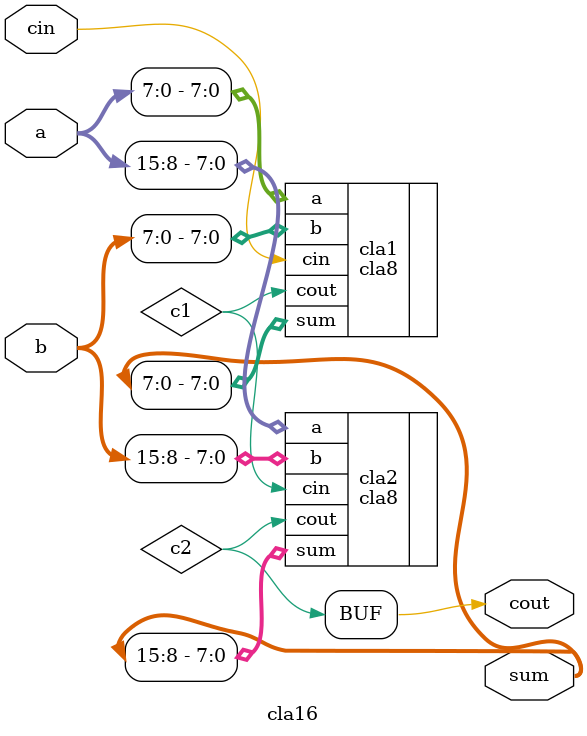
<source format=v>
`timescale 1ns / 1ps


module cla16(a,b,cin,sum,cout);
input [15:0] a,b;
input cin;
output [15:0] sum;
output cout;
wire c1,c2;
 
cla8 cla1(.a(a[7:0]), .b(b[7:0]), .cin(cin), .sum(sum[7:0]), .cout(c1));
cla8 cla2(.a(a[15:8]), .b(b[15:8]), .cin(c1), .sum(sum[15:8]), .cout(c2));
assign cout=c2;


 
endmodule

</source>
